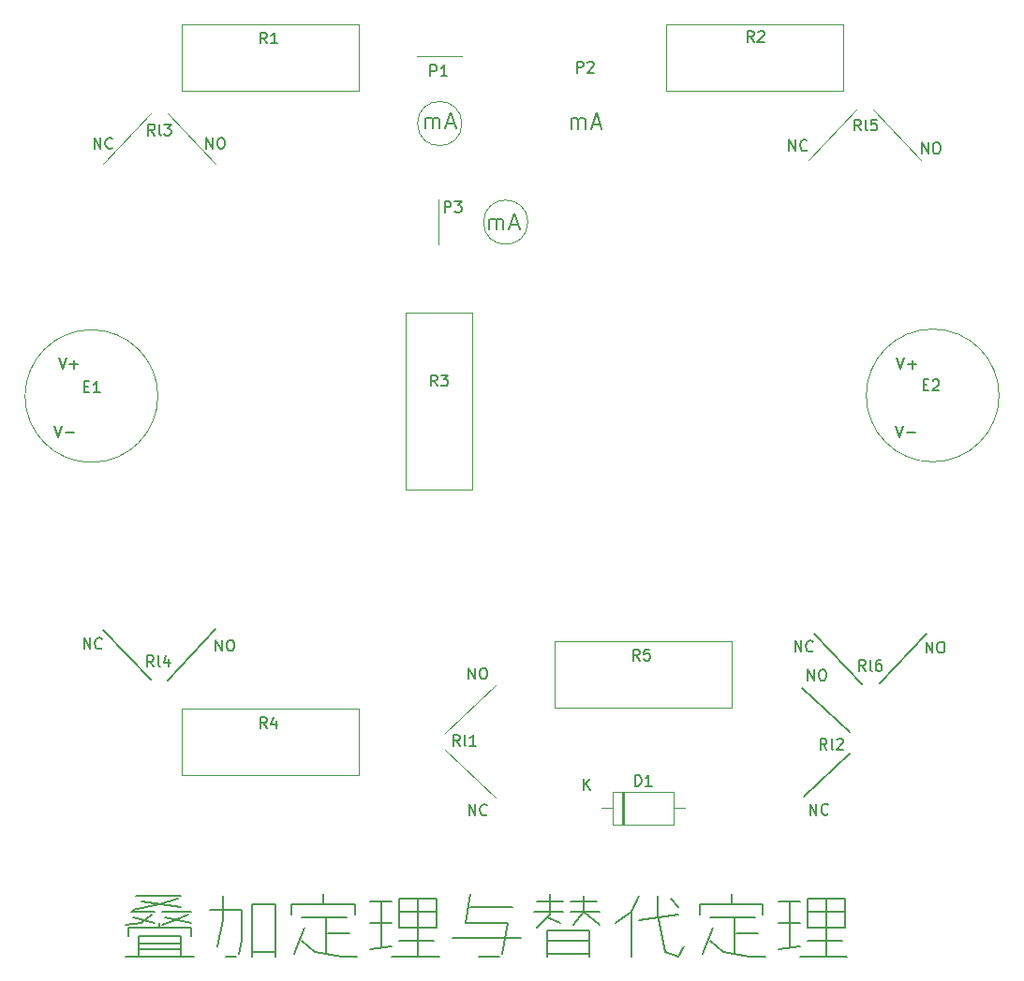
<source format=gbr>
%TF.GenerationSoftware,KiCad,Pcbnew,(6.0.7)*%
%TF.CreationDate,2022-08-28T03:54:24+08:00*%
%TF.ProjectId,6_1k,365f316b-2e6b-4696-9361-645f70636258,rev?*%
%TF.SameCoordinates,Original*%
%TF.FileFunction,Legend,Top*%
%TF.FilePolarity,Positive*%
%FSLAX46Y46*%
G04 Gerber Fmt 4.6, Leading zero omitted, Abs format (unit mm)*
G04 Created by KiCad (PCBNEW (6.0.7)) date 2022-08-28 03:54:24*
%MOMM*%
%LPD*%
G01*
G04 APERTURE LIST*
%ADD10C,0.150000*%
%ADD11C,0.120000*%
G04 APERTURE END LIST*
D10*
X52654200Y-117017800D02*
X48361600Y-112496600D01*
X112649000Y-112852200D02*
X116916200Y-117373400D01*
X54229000Y-117043200D02*
X58547000Y-112445800D01*
X115824000Y-121691400D02*
X111556800Y-117779800D01*
X118567200Y-117322600D02*
X122809000Y-112852200D01*
X115874800Y-123647200D02*
X111683800Y-127558800D01*
X51348485Y-136587314D02*
X55396104Y-136587314D01*
X50872295Y-138015885D02*
X53015152Y-138015885D01*
X53729438Y-138015885D02*
X56348485Y-138015885D01*
X51586580Y-140873028D02*
X55396104Y-140873028D01*
X51586580Y-141349219D02*
X55396104Y-141349219D01*
X50396104Y-142063504D02*
X56586580Y-142063504D01*
X50634200Y-139444457D02*
X50634200Y-140158742D01*
X51586580Y-140158742D02*
X51586580Y-142063504D01*
X53491342Y-138968266D02*
X53491342Y-139444457D01*
X51586580Y-140158742D02*
X55396104Y-140158742D01*
X55396104Y-142063504D01*
X50634200Y-139444457D02*
X56348485Y-139444457D01*
X56348485Y-140158742D01*
X53967533Y-138492076D02*
X56348485Y-138968266D01*
X51110390Y-138492076D02*
X53015152Y-138968266D01*
X52777057Y-138253980D02*
X51824676Y-138968266D01*
X50396104Y-139206361D01*
X56110390Y-138253980D02*
X54919914Y-138730171D01*
X53729438Y-139206361D01*
X51824676Y-137063504D02*
X55396104Y-137539695D01*
X55158009Y-136825409D02*
X53491342Y-137301600D01*
X51110390Y-137777790D01*
X61824676Y-141587314D02*
X63967533Y-141587314D01*
X59443723Y-142063504D02*
X60396104Y-142063504D01*
X61824676Y-137301600D02*
X61824676Y-142063504D01*
X61824676Y-137301600D02*
X63967533Y-137301600D01*
X63967533Y-142063504D01*
X59205628Y-136587314D02*
X59205628Y-138730171D01*
X58729438Y-141111123D01*
X58015152Y-137777790D02*
X60872295Y-137777790D01*
X60872295Y-140634933D01*
X60634200Y-141825409D01*
X66348485Y-138492076D02*
X70396104Y-138492076D01*
X68729438Y-139920647D02*
X70634200Y-139920647D01*
X65396104Y-137301600D02*
X65396104Y-138253980D01*
X68491342Y-138492076D02*
X68491342Y-141825409D01*
X65396104Y-137301600D02*
X71110390Y-137301600D01*
X71110390Y-138253980D01*
X68253247Y-136349219D02*
X68253247Y-137301600D01*
X66586580Y-139444457D02*
X65634200Y-141825409D01*
X66348485Y-140634933D02*
X67538961Y-141587314D01*
X69919914Y-142063504D01*
X71348485Y-142063504D01*
X72538961Y-137063504D02*
X74443723Y-137063504D01*
X75158009Y-138015885D02*
X78491342Y-138015885D01*
X72538961Y-138968266D02*
X74443723Y-138968266D01*
X75158009Y-139444457D02*
X78491342Y-139444457D01*
X75158009Y-140634933D02*
X78253247Y-140634933D01*
X74443723Y-142063504D02*
X78729438Y-142063504D01*
X73491342Y-137063504D02*
X73491342Y-141111123D01*
X75158009Y-136825409D02*
X75158009Y-139444457D01*
X76824676Y-136825409D02*
X76824676Y-142063504D01*
X75158009Y-136825409D02*
X78491342Y-136825409D01*
X78491342Y-139444457D01*
X74443723Y-141111123D02*
X72538961Y-141349219D01*
X81586580Y-137539695D02*
X85396104Y-137539695D01*
X79919914Y-140396838D02*
X86110390Y-140396838D01*
X82300866Y-142063504D02*
X84205628Y-142063504D01*
X81586580Y-136349219D02*
X81110390Y-138968266D01*
X84919914Y-138968266D01*
X84443723Y-141825409D01*
X87538961Y-137063504D02*
X89919914Y-137063504D01*
X90634200Y-137063504D02*
X93015152Y-137063504D01*
X87300866Y-138015885D02*
X89919914Y-138015885D01*
X90634200Y-138015885D02*
X93253247Y-138015885D01*
X88491342Y-140634933D02*
X92300866Y-140634933D01*
X88491342Y-141825409D02*
X92300866Y-141825409D01*
X88491342Y-139682552D02*
X88491342Y-142063504D01*
X88491342Y-139682552D02*
X92300866Y-139682552D01*
X92300866Y-142063504D01*
X88729438Y-136349219D02*
X88729438Y-138253980D01*
X87538961Y-139444457D01*
X88491342Y-138492076D02*
X89681819Y-138968266D01*
X91824676Y-136587314D02*
X91824676Y-138015885D01*
X90872295Y-139206361D01*
X91824676Y-138015885D02*
X93253247Y-139206361D01*
X96110390Y-137777790D02*
X96110390Y-142063504D01*
X99681819Y-136825409D02*
X100396104Y-137539695D01*
X96824676Y-136587314D02*
X96110390Y-138015885D01*
X94681819Y-138968266D01*
X96824676Y-138730171D02*
X100396104Y-138253980D01*
X98491342Y-136587314D02*
X98491342Y-138253980D01*
X99205628Y-141587314D01*
X100396104Y-142063504D01*
X100872295Y-141111123D01*
X103253247Y-138492076D02*
X107300866Y-138492076D01*
X105634200Y-139920647D02*
X107538961Y-139920647D01*
X102300866Y-137301600D02*
X102300866Y-138253980D01*
X105396104Y-138492076D02*
X105396104Y-141825409D01*
X102300866Y-137301600D02*
X108015152Y-137301600D01*
X108015152Y-138253980D01*
X105158009Y-136349219D02*
X105158009Y-137301600D01*
X103491342Y-139444457D02*
X102538961Y-141825409D01*
X103253247Y-140634933D02*
X104443723Y-141587314D01*
X106824676Y-142063504D01*
X108253247Y-142063504D01*
X109443723Y-137063504D02*
X111348485Y-137063504D01*
X112062771Y-138015885D02*
X115396104Y-138015885D01*
X109443723Y-138968266D02*
X111348485Y-138968266D01*
X112062771Y-139444457D02*
X115396104Y-139444457D01*
X112062771Y-140634933D02*
X115158009Y-140634933D01*
X111348485Y-142063504D02*
X115634200Y-142063504D01*
X110396104Y-137063504D02*
X110396104Y-141111123D01*
X112062771Y-136825409D02*
X112062771Y-139444457D01*
X113729438Y-136825409D02*
X113729438Y-142063504D01*
X112062771Y-136825409D02*
X115396104Y-136825409D01*
X115396104Y-139444457D01*
X111348485Y-141111123D02*
X109443723Y-141349219D01*
%TO.C,E1*%
X46655123Y-90479571D02*
X46988457Y-90479571D01*
X47131314Y-91003380D02*
X46655123Y-91003380D01*
X46655123Y-90003380D01*
X47131314Y-90003380D01*
X48083695Y-91003380D02*
X47512266Y-91003380D01*
X47797980Y-91003380D02*
X47797980Y-90003380D01*
X47702742Y-90146238D01*
X47607504Y-90241476D01*
X47512266Y-90289095D01*
X44361219Y-87849980D02*
X44694552Y-88849980D01*
X45027885Y-87849980D01*
X45361219Y-88469028D02*
X46123123Y-88469028D01*
X45742171Y-88849980D02*
X45742171Y-88088076D01*
X43980219Y-94022180D02*
X44313552Y-95022180D01*
X44646885Y-94022180D01*
X44980219Y-94641228D02*
X45742123Y-94641228D01*
%TO.C,Rl1*%
X80597428Y-122981980D02*
X80264095Y-122505790D01*
X80026000Y-122981980D02*
X80026000Y-121981980D01*
X80406952Y-121981980D01*
X80502190Y-122029600D01*
X80549809Y-122077219D01*
X80597428Y-122172457D01*
X80597428Y-122315314D01*
X80549809Y-122410552D01*
X80502190Y-122458171D01*
X80406952Y-122505790D01*
X80026000Y-122505790D01*
X81168857Y-122981980D02*
X81073619Y-122934361D01*
X81026000Y-122839123D01*
X81026000Y-121981980D01*
X82073619Y-122981980D02*
X81502190Y-122981980D01*
X81787904Y-122981980D02*
X81787904Y-121981980D01*
X81692666Y-122124838D01*
X81597428Y-122220076D01*
X81502190Y-122267695D01*
X81434085Y-129281180D02*
X81434085Y-128281180D01*
X82005514Y-129281180D01*
X82005514Y-128281180D01*
X83053133Y-129185942D02*
X83005514Y-129233561D01*
X82862657Y-129281180D01*
X82767419Y-129281180D01*
X82624561Y-129233561D01*
X82529323Y-129138323D01*
X82481704Y-129043085D01*
X82434085Y-128852609D01*
X82434085Y-128709752D01*
X82481704Y-128519276D01*
X82529323Y-128424038D01*
X82624561Y-128328800D01*
X82767419Y-128281180D01*
X82862657Y-128281180D01*
X83005514Y-128328800D01*
X83053133Y-128376419D01*
X81410276Y-116936780D02*
X81410276Y-115936780D01*
X81981704Y-116936780D01*
X81981704Y-115936780D01*
X82648371Y-115936780D02*
X82838847Y-115936780D01*
X82934085Y-115984400D01*
X83029323Y-116079638D01*
X83076942Y-116270114D01*
X83076942Y-116603447D01*
X83029323Y-116793923D01*
X82934085Y-116889161D01*
X82838847Y-116936780D01*
X82648371Y-116936780D01*
X82553133Y-116889161D01*
X82457895Y-116793923D01*
X82410276Y-116603447D01*
X82410276Y-116270114D01*
X82457895Y-116079638D01*
X82553133Y-115984400D01*
X82648371Y-115936780D01*
%TO.C,P3*%
X79246504Y-74721980D02*
X79246504Y-73721980D01*
X79627457Y-73721980D01*
X79722695Y-73769600D01*
X79770314Y-73817219D01*
X79817933Y-73912457D01*
X79817933Y-74055314D01*
X79770314Y-74150552D01*
X79722695Y-74198171D01*
X79627457Y-74245790D01*
X79246504Y-74245790D01*
X80151266Y-73721980D02*
X80770314Y-73721980D01*
X80436980Y-74102933D01*
X80579838Y-74102933D01*
X80675076Y-74150552D01*
X80722695Y-74198171D01*
X80770314Y-74293409D01*
X80770314Y-74531504D01*
X80722695Y-74626742D01*
X80675076Y-74674361D01*
X80579838Y-74721980D01*
X80294123Y-74721980D01*
X80198885Y-74674361D01*
X80151266Y-74626742D01*
X83248285Y-76297171D02*
X83248285Y-75297171D01*
X83248285Y-75440028D02*
X83319714Y-75368600D01*
X83462571Y-75297171D01*
X83676857Y-75297171D01*
X83819714Y-75368600D01*
X83891142Y-75511457D01*
X83891142Y-76297171D01*
X83891142Y-75511457D02*
X83962571Y-75368600D01*
X84105428Y-75297171D01*
X84319714Y-75297171D01*
X84462571Y-75368600D01*
X84534000Y-75511457D01*
X84534000Y-76297171D01*
X85176857Y-75868600D02*
X85891142Y-75868600D01*
X85034000Y-76297171D02*
X85534000Y-74797171D01*
X86034000Y-76297171D01*
%TO.C,E2*%
X122499523Y-90327171D02*
X122832857Y-90327171D01*
X122975714Y-90850980D02*
X122499523Y-90850980D01*
X122499523Y-89850980D01*
X122975714Y-89850980D01*
X123356666Y-89946219D02*
X123404285Y-89898600D01*
X123499523Y-89850980D01*
X123737619Y-89850980D01*
X123832857Y-89898600D01*
X123880476Y-89946219D01*
X123928095Y-90041457D01*
X123928095Y-90136695D01*
X123880476Y-90279552D01*
X123309047Y-90850980D01*
X123928095Y-90850980D01*
X120104019Y-87844380D02*
X120437352Y-88844380D01*
X120770685Y-87844380D01*
X121104019Y-88463428D02*
X121865923Y-88463428D01*
X121484971Y-88844380D02*
X121484971Y-88082476D01*
X119977019Y-94041980D02*
X120310352Y-95041980D01*
X120643685Y-94041980D01*
X120977019Y-94661028D02*
X121738923Y-94661028D01*
%TO.C,R5*%
X96861333Y-115260380D02*
X96528000Y-114784190D01*
X96289904Y-115260380D02*
X96289904Y-114260380D01*
X96670857Y-114260380D01*
X96766095Y-114308000D01*
X96813714Y-114355619D01*
X96861333Y-114450857D01*
X96861333Y-114593714D01*
X96813714Y-114688952D01*
X96766095Y-114736571D01*
X96670857Y-114784190D01*
X96289904Y-114784190D01*
X97766095Y-114260380D02*
X97289904Y-114260380D01*
X97242285Y-114736571D01*
X97289904Y-114688952D01*
X97385142Y-114641333D01*
X97623238Y-114641333D01*
X97718476Y-114688952D01*
X97766095Y-114736571D01*
X97813714Y-114831809D01*
X97813714Y-115069904D01*
X97766095Y-115165142D01*
X97718476Y-115212761D01*
X97623238Y-115260380D01*
X97385142Y-115260380D01*
X97289904Y-115212761D01*
X97242285Y-115165142D01*
%TO.C,P1*%
X77951104Y-62402980D02*
X77951104Y-61402980D01*
X78332057Y-61402980D01*
X78427295Y-61450600D01*
X78474914Y-61498219D01*
X78522533Y-61593457D01*
X78522533Y-61736314D01*
X78474914Y-61831552D01*
X78427295Y-61879171D01*
X78332057Y-61926790D01*
X77951104Y-61926790D01*
X79474914Y-62402980D02*
X78903485Y-62402980D01*
X79189200Y-62402980D02*
X79189200Y-61402980D01*
X79093961Y-61545838D01*
X78998723Y-61641076D01*
X78903485Y-61688695D01*
X77502285Y-67153171D02*
X77502285Y-66153171D01*
X77502285Y-66296028D02*
X77573714Y-66224600D01*
X77716571Y-66153171D01*
X77930857Y-66153171D01*
X78073714Y-66224600D01*
X78145142Y-66367457D01*
X78145142Y-67153171D01*
X78145142Y-66367457D02*
X78216571Y-66224600D01*
X78359428Y-66153171D01*
X78573714Y-66153171D01*
X78716571Y-66224600D01*
X78788000Y-66367457D01*
X78788000Y-67153171D01*
X79430857Y-66724600D02*
X80145142Y-66724600D01*
X79288000Y-67153171D02*
X79788000Y-65653171D01*
X80288000Y-67153171D01*
%TO.C,Rl5*%
X116868628Y-67330580D02*
X116535295Y-66854390D01*
X116297200Y-67330580D02*
X116297200Y-66330580D01*
X116678152Y-66330580D01*
X116773390Y-66378200D01*
X116821009Y-66425819D01*
X116868628Y-66521057D01*
X116868628Y-66663914D01*
X116821009Y-66759152D01*
X116773390Y-66806771D01*
X116678152Y-66854390D01*
X116297200Y-66854390D01*
X117440057Y-67330580D02*
X117344819Y-67282961D01*
X117297200Y-67187723D01*
X117297200Y-66330580D01*
X118297200Y-66330580D02*
X117821009Y-66330580D01*
X117773390Y-66806771D01*
X117821009Y-66759152D01*
X117916247Y-66711533D01*
X118154342Y-66711533D01*
X118249580Y-66759152D01*
X118297200Y-66806771D01*
X118344819Y-66902009D01*
X118344819Y-67140104D01*
X118297200Y-67235342D01*
X118249580Y-67282961D01*
X118154342Y-67330580D01*
X117916247Y-67330580D01*
X117821009Y-67282961D01*
X117773390Y-67235342D01*
X110364685Y-69159380D02*
X110364685Y-68159380D01*
X110936114Y-69159380D01*
X110936114Y-68159380D01*
X111983733Y-69064142D02*
X111936114Y-69111761D01*
X111793257Y-69159380D01*
X111698019Y-69159380D01*
X111555161Y-69111761D01*
X111459923Y-69016523D01*
X111412304Y-68921285D01*
X111364685Y-68730809D01*
X111364685Y-68587952D01*
X111412304Y-68397476D01*
X111459923Y-68302238D01*
X111555161Y-68207000D01*
X111698019Y-68159380D01*
X111793257Y-68159380D01*
X111936114Y-68207000D01*
X111983733Y-68254619D01*
X122355076Y-69413380D02*
X122355076Y-68413380D01*
X122926504Y-69413380D01*
X122926504Y-68413380D01*
X123593171Y-68413380D02*
X123783647Y-68413380D01*
X123878885Y-68461000D01*
X123974123Y-68556238D01*
X124021742Y-68746714D01*
X124021742Y-69080047D01*
X123974123Y-69270523D01*
X123878885Y-69365761D01*
X123783647Y-69413380D01*
X123593171Y-69413380D01*
X123497933Y-69365761D01*
X123402695Y-69270523D01*
X123355076Y-69080047D01*
X123355076Y-68746714D01*
X123402695Y-68556238D01*
X123497933Y-68461000D01*
X123593171Y-68413380D01*
%TO.C,R4*%
X63155533Y-121381780D02*
X62822200Y-120905590D01*
X62584104Y-121381780D02*
X62584104Y-120381780D01*
X62965057Y-120381780D01*
X63060295Y-120429400D01*
X63107914Y-120477019D01*
X63155533Y-120572257D01*
X63155533Y-120715114D01*
X63107914Y-120810352D01*
X63060295Y-120857971D01*
X62965057Y-120905590D01*
X62584104Y-120905590D01*
X64012676Y-120715114D02*
X64012676Y-121381780D01*
X63774580Y-120334161D02*
X63536485Y-121048447D01*
X64155533Y-121048447D01*
%TO.C,Rl3*%
X53038428Y-67762380D02*
X52705095Y-67286190D01*
X52467000Y-67762380D02*
X52467000Y-66762380D01*
X52847952Y-66762380D01*
X52943190Y-66810000D01*
X52990809Y-66857619D01*
X53038428Y-66952857D01*
X53038428Y-67095714D01*
X52990809Y-67190952D01*
X52943190Y-67238571D01*
X52847952Y-67286190D01*
X52467000Y-67286190D01*
X53609857Y-67762380D02*
X53514619Y-67714761D01*
X53467000Y-67619523D01*
X53467000Y-66762380D01*
X53895571Y-66762380D02*
X54514619Y-66762380D01*
X54181285Y-67143333D01*
X54324142Y-67143333D01*
X54419380Y-67190952D01*
X54467000Y-67238571D01*
X54514619Y-67333809D01*
X54514619Y-67571904D01*
X54467000Y-67667142D01*
X54419380Y-67714761D01*
X54324142Y-67762380D01*
X54038428Y-67762380D01*
X53943190Y-67714761D01*
X53895571Y-67667142D01*
X47575885Y-68987180D02*
X47575885Y-67987180D01*
X48147314Y-68987180D01*
X48147314Y-67987180D01*
X49194933Y-68891942D02*
X49147314Y-68939561D01*
X49004457Y-68987180D01*
X48909219Y-68987180D01*
X48766361Y-68939561D01*
X48671123Y-68844323D01*
X48623504Y-68749085D01*
X48575885Y-68558609D01*
X48575885Y-68415752D01*
X48623504Y-68225276D01*
X48671123Y-68130038D01*
X48766361Y-68034800D01*
X48909219Y-67987180D01*
X49004457Y-67987180D01*
X49147314Y-68034800D01*
X49194933Y-68082419D01*
X57712076Y-68987180D02*
X57712076Y-67987180D01*
X58283504Y-68987180D01*
X58283504Y-67987180D01*
X58950171Y-67987180D02*
X59140647Y-67987180D01*
X59235885Y-68034800D01*
X59331123Y-68130038D01*
X59378742Y-68320514D01*
X59378742Y-68653847D01*
X59331123Y-68844323D01*
X59235885Y-68939561D01*
X59140647Y-68987180D01*
X58950171Y-68987180D01*
X58854933Y-68939561D01*
X58759695Y-68844323D01*
X58712076Y-68653847D01*
X58712076Y-68320514D01*
X58759695Y-68130038D01*
X58854933Y-68034800D01*
X58950171Y-67987180D01*
%TO.C,R1*%
X63180933Y-59456580D02*
X62847600Y-58980390D01*
X62609504Y-59456580D02*
X62609504Y-58456580D01*
X62990457Y-58456580D01*
X63085695Y-58504200D01*
X63133314Y-58551819D01*
X63180933Y-58647057D01*
X63180933Y-58789914D01*
X63133314Y-58885152D01*
X63085695Y-58932771D01*
X62990457Y-58980390D01*
X62609504Y-58980390D01*
X64133314Y-59456580D02*
X63561885Y-59456580D01*
X63847600Y-59456580D02*
X63847600Y-58456580D01*
X63752361Y-58599438D01*
X63657123Y-58694676D01*
X63561885Y-58742295D01*
%TO.C,R2*%
X107173733Y-59329580D02*
X106840400Y-58853390D01*
X106602304Y-59329580D02*
X106602304Y-58329580D01*
X106983257Y-58329580D01*
X107078495Y-58377200D01*
X107126114Y-58424819D01*
X107173733Y-58520057D01*
X107173733Y-58662914D01*
X107126114Y-58758152D01*
X107078495Y-58805771D01*
X106983257Y-58853390D01*
X106602304Y-58853390D01*
X107554685Y-58424819D02*
X107602304Y-58377200D01*
X107697542Y-58329580D01*
X107935638Y-58329580D01*
X108030876Y-58377200D01*
X108078495Y-58424819D01*
X108126114Y-58520057D01*
X108126114Y-58615295D01*
X108078495Y-58758152D01*
X107507066Y-59329580D01*
X108126114Y-59329580D01*
%TO.C,D1*%
X96439504Y-126607980D02*
X96439504Y-125607980D01*
X96677600Y-125607980D01*
X96820457Y-125655600D01*
X96915695Y-125750838D01*
X96963314Y-125846076D01*
X97010933Y-126036552D01*
X97010933Y-126179409D01*
X96963314Y-126369885D01*
X96915695Y-126465123D01*
X96820457Y-126560361D01*
X96677600Y-126607980D01*
X96439504Y-126607980D01*
X97963314Y-126607980D02*
X97391885Y-126607980D01*
X97677600Y-126607980D02*
X97677600Y-125607980D01*
X97582361Y-125750838D01*
X97487123Y-125846076D01*
X97391885Y-125893695D01*
X91835695Y-126977980D02*
X91835695Y-125977980D01*
X92407123Y-126977980D02*
X91978552Y-126406552D01*
X92407123Y-125977980D02*
X91835695Y-126549409D01*
%TO.C,R3*%
X78573333Y-90444580D02*
X78240000Y-89968390D01*
X78001904Y-90444580D02*
X78001904Y-89444580D01*
X78382857Y-89444580D01*
X78478095Y-89492200D01*
X78525714Y-89539819D01*
X78573333Y-89635057D01*
X78573333Y-89777914D01*
X78525714Y-89873152D01*
X78478095Y-89920771D01*
X78382857Y-89968390D01*
X78001904Y-89968390D01*
X78906666Y-89444580D02*
X79525714Y-89444580D01*
X79192380Y-89825533D01*
X79335238Y-89825533D01*
X79430476Y-89873152D01*
X79478095Y-89920771D01*
X79525714Y-90016009D01*
X79525714Y-90254104D01*
X79478095Y-90349342D01*
X79430476Y-90396961D01*
X79335238Y-90444580D01*
X79049523Y-90444580D01*
X78954285Y-90396961D01*
X78906666Y-90349342D01*
%TO.C,P2*%
X91209904Y-62094780D02*
X91209904Y-61094780D01*
X91590857Y-61094780D01*
X91686095Y-61142400D01*
X91733714Y-61190019D01*
X91781333Y-61285257D01*
X91781333Y-61428114D01*
X91733714Y-61523352D01*
X91686095Y-61570971D01*
X91590857Y-61618590D01*
X91209904Y-61618590D01*
X92162285Y-61190019D02*
X92209904Y-61142400D01*
X92305142Y-61094780D01*
X92543238Y-61094780D01*
X92638476Y-61142400D01*
X92686095Y-61190019D01*
X92733714Y-61285257D01*
X92733714Y-61380495D01*
X92686095Y-61523352D01*
X92114666Y-62094780D01*
X92733714Y-62094780D01*
X90662285Y-67175771D02*
X90662285Y-66175771D01*
X90662285Y-66318628D02*
X90733714Y-66247200D01*
X90876571Y-66175771D01*
X91090857Y-66175771D01*
X91233714Y-66247200D01*
X91305142Y-66390057D01*
X91305142Y-67175771D01*
X91305142Y-66390057D02*
X91376571Y-66247200D01*
X91519428Y-66175771D01*
X91733714Y-66175771D01*
X91876571Y-66247200D01*
X91948000Y-66390057D01*
X91948000Y-67175771D01*
X92590857Y-66747200D02*
X93305142Y-66747200D01*
X92448000Y-67175771D02*
X92948000Y-65675771D01*
X93448000Y-67175771D01*
%TO.C,Rl2*%
X113769828Y-123337580D02*
X113436495Y-122861390D01*
X113198400Y-123337580D02*
X113198400Y-122337580D01*
X113579352Y-122337580D01*
X113674590Y-122385200D01*
X113722209Y-122432819D01*
X113769828Y-122528057D01*
X113769828Y-122670914D01*
X113722209Y-122766152D01*
X113674590Y-122813771D01*
X113579352Y-122861390D01*
X113198400Y-122861390D01*
X114341257Y-123337580D02*
X114246019Y-123289961D01*
X114198400Y-123194723D01*
X114198400Y-122337580D01*
X114674590Y-122432819D02*
X114722209Y-122385200D01*
X114817447Y-122337580D01*
X115055542Y-122337580D01*
X115150780Y-122385200D01*
X115198400Y-122432819D01*
X115246019Y-122528057D01*
X115246019Y-122623295D01*
X115198400Y-122766152D01*
X114626971Y-123337580D01*
X115246019Y-123337580D01*
X112269685Y-129230380D02*
X112269685Y-128230380D01*
X112841114Y-129230380D01*
X112841114Y-128230380D01*
X113888733Y-129135142D02*
X113841114Y-129182761D01*
X113698257Y-129230380D01*
X113603019Y-129230380D01*
X113460161Y-129182761D01*
X113364923Y-129087523D01*
X113317304Y-128992285D01*
X113269685Y-128801809D01*
X113269685Y-128658952D01*
X113317304Y-128468476D01*
X113364923Y-128373238D01*
X113460161Y-128278000D01*
X113603019Y-128230380D01*
X113698257Y-128230380D01*
X113841114Y-128278000D01*
X113888733Y-128325619D01*
X112068076Y-117089180D02*
X112068076Y-116089180D01*
X112639504Y-117089180D01*
X112639504Y-116089180D01*
X113306171Y-116089180D02*
X113496647Y-116089180D01*
X113591885Y-116136800D01*
X113687123Y-116232038D01*
X113734742Y-116422514D01*
X113734742Y-116755847D01*
X113687123Y-116946323D01*
X113591885Y-117041561D01*
X113496647Y-117089180D01*
X113306171Y-117089180D01*
X113210933Y-117041561D01*
X113115695Y-116946323D01*
X113068076Y-116755847D01*
X113068076Y-116422514D01*
X113115695Y-116232038D01*
X113210933Y-116136800D01*
X113306171Y-116089180D01*
%TO.C,Rl6*%
X117275028Y-116200180D02*
X116941695Y-115723990D01*
X116703600Y-116200180D02*
X116703600Y-115200180D01*
X117084552Y-115200180D01*
X117179790Y-115247800D01*
X117227409Y-115295419D01*
X117275028Y-115390657D01*
X117275028Y-115533514D01*
X117227409Y-115628752D01*
X117179790Y-115676371D01*
X117084552Y-115723990D01*
X116703600Y-115723990D01*
X117846457Y-116200180D02*
X117751219Y-116152561D01*
X117703600Y-116057323D01*
X117703600Y-115200180D01*
X118655980Y-115200180D02*
X118465504Y-115200180D01*
X118370266Y-115247800D01*
X118322647Y-115295419D01*
X118227409Y-115438276D01*
X118179790Y-115628752D01*
X118179790Y-116009704D01*
X118227409Y-116104942D01*
X118275028Y-116152561D01*
X118370266Y-116200180D01*
X118560742Y-116200180D01*
X118655980Y-116152561D01*
X118703600Y-116104942D01*
X118751219Y-116009704D01*
X118751219Y-115771609D01*
X118703600Y-115676371D01*
X118655980Y-115628752D01*
X118560742Y-115581133D01*
X118370266Y-115581133D01*
X118275028Y-115628752D01*
X118227409Y-115676371D01*
X118179790Y-115771609D01*
X110898085Y-114472980D02*
X110898085Y-113472980D01*
X111469514Y-114472980D01*
X111469514Y-113472980D01*
X112517133Y-114377742D02*
X112469514Y-114425361D01*
X112326657Y-114472980D01*
X112231419Y-114472980D01*
X112088561Y-114425361D01*
X111993323Y-114330123D01*
X111945704Y-114234885D01*
X111898085Y-114044409D01*
X111898085Y-113901552D01*
X111945704Y-113711076D01*
X111993323Y-113615838D01*
X112088561Y-113520600D01*
X112231419Y-113472980D01*
X112326657Y-113472980D01*
X112469514Y-113520600D01*
X112517133Y-113568219D01*
X122761476Y-114574580D02*
X122761476Y-113574580D01*
X123332904Y-114574580D01*
X123332904Y-113574580D01*
X123999571Y-113574580D02*
X124190047Y-113574580D01*
X124285285Y-113622200D01*
X124380523Y-113717438D01*
X124428142Y-113907914D01*
X124428142Y-114241247D01*
X124380523Y-114431723D01*
X124285285Y-114526961D01*
X124190047Y-114574580D01*
X123999571Y-114574580D01*
X123904333Y-114526961D01*
X123809095Y-114431723D01*
X123761476Y-114241247D01*
X123761476Y-113907914D01*
X123809095Y-113717438D01*
X123904333Y-113622200D01*
X123999571Y-113574580D01*
%TO.C,Rl4*%
X52936828Y-115819180D02*
X52603495Y-115342990D01*
X52365400Y-115819180D02*
X52365400Y-114819180D01*
X52746352Y-114819180D01*
X52841590Y-114866800D01*
X52889209Y-114914419D01*
X52936828Y-115009657D01*
X52936828Y-115152514D01*
X52889209Y-115247752D01*
X52841590Y-115295371D01*
X52746352Y-115342990D01*
X52365400Y-115342990D01*
X53508257Y-115819180D02*
X53413019Y-115771561D01*
X53365400Y-115676323D01*
X53365400Y-114819180D01*
X54317780Y-115152514D02*
X54317780Y-115819180D01*
X54079685Y-114771561D02*
X53841590Y-115485847D01*
X54460638Y-115485847D01*
X46636085Y-114218980D02*
X46636085Y-113218980D01*
X47207514Y-114218980D01*
X47207514Y-113218980D01*
X48255133Y-114123742D02*
X48207514Y-114171361D01*
X48064657Y-114218980D01*
X47969419Y-114218980D01*
X47826561Y-114171361D01*
X47731323Y-114076123D01*
X47683704Y-113980885D01*
X47636085Y-113790409D01*
X47636085Y-113647552D01*
X47683704Y-113457076D01*
X47731323Y-113361838D01*
X47826561Y-113266600D01*
X47969419Y-113218980D01*
X48064657Y-113218980D01*
X48207514Y-113266600D01*
X48255133Y-113314219D01*
X58550276Y-114396780D02*
X58550276Y-113396780D01*
X59121704Y-114396780D01*
X59121704Y-113396780D01*
X59788371Y-113396780D02*
X59978847Y-113396780D01*
X60074085Y-113444400D01*
X60169323Y-113539638D01*
X60216942Y-113730114D01*
X60216942Y-114063447D01*
X60169323Y-114253923D01*
X60074085Y-114349161D01*
X59978847Y-114396780D01*
X59788371Y-114396780D01*
X59693133Y-114349161D01*
X59597895Y-114253923D01*
X59550276Y-114063447D01*
X59550276Y-113730114D01*
X59597895Y-113539638D01*
X59693133Y-113444400D01*
X59788371Y-113396780D01*
D11*
%TO.C,E1*%
X53320200Y-91344000D02*
G75*
G03*
X53320200Y-91344000I-6000000J0D01*
G01*
%TO.C,Rl1*%
X79304400Y-121818400D02*
X83876400Y-117500400D01*
X79304400Y-123342400D02*
X83876400Y-127660400D01*
%TO.C,P3*%
X86756000Y-75618600D02*
G75*
G03*
X86756000Y-75618600I-2000000J0D01*
G01*
X78692000Y-77650600D02*
X78692000Y-73586600D01*
%TO.C,E2*%
X129342400Y-91287600D02*
G75*
G03*
X129342400Y-91287600I-6000000J0D01*
G01*
%TO.C,R5*%
X89177600Y-113535200D02*
X105177600Y-113535200D01*
X105177600Y-113535200D02*
X105177600Y-119535200D01*
X105177600Y-119535200D02*
X89177600Y-119535200D01*
X89177600Y-119535200D02*
X89177600Y-113535200D01*
%TO.C,P1*%
X76756000Y-60632600D02*
X80820000Y-60632600D01*
X80788000Y-66696600D02*
G75*
G03*
X80788000Y-66696600I-2000000J0D01*
G01*
%TO.C,Rl5*%
X117963200Y-65430400D02*
X122281200Y-70002400D01*
X116439200Y-65430400D02*
X112121200Y-70002400D01*
%TO.C,R4*%
X55449200Y-119631200D02*
X71449200Y-119631200D01*
X71449200Y-119631200D02*
X71449200Y-125631200D01*
X71449200Y-125631200D02*
X55449200Y-125631200D01*
X55449200Y-125631200D02*
X55449200Y-119631200D01*
%TO.C,Rl3*%
X54203600Y-65740800D02*
X58521600Y-70312800D01*
X52679600Y-65740800D02*
X48361600Y-70312800D01*
%TO.C,R1*%
X55449200Y-57731400D02*
X71449200Y-57731400D01*
X71449200Y-57731400D02*
X71449200Y-63731400D01*
X71449200Y-63731400D02*
X55449200Y-63731400D01*
X55449200Y-63731400D02*
X55449200Y-57731400D01*
%TO.C,R2*%
X99264200Y-57706000D02*
X115264200Y-57706000D01*
X115264200Y-57706000D02*
X115264200Y-63706000D01*
X115264200Y-63706000D02*
X99264200Y-63706000D01*
X99264200Y-63706000D02*
X99264200Y-57706000D01*
%TO.C,D1*%
X95357600Y-127155600D02*
X95357600Y-130095600D01*
X95477600Y-127155600D02*
X95477600Y-130095600D01*
X94457600Y-130095600D02*
X99897600Y-130095600D01*
X100917600Y-128625600D02*
X99897600Y-128625600D01*
X94457600Y-127155600D02*
X94457600Y-130095600D01*
X95237600Y-127155600D02*
X95237600Y-130095600D01*
X99897600Y-130095600D02*
X99897600Y-127155600D01*
X93437600Y-128625600D02*
X94457600Y-128625600D01*
X99897600Y-127155600D02*
X94457600Y-127155600D01*
%TO.C,R3*%
X81740000Y-83770200D02*
X75740000Y-83770200D01*
X75740000Y-83770200D02*
X75740000Y-99770200D01*
X75740000Y-99770200D02*
X81740000Y-99770200D01*
X81740000Y-99770200D02*
X81740000Y-83770200D01*
%TD*%
M02*

</source>
